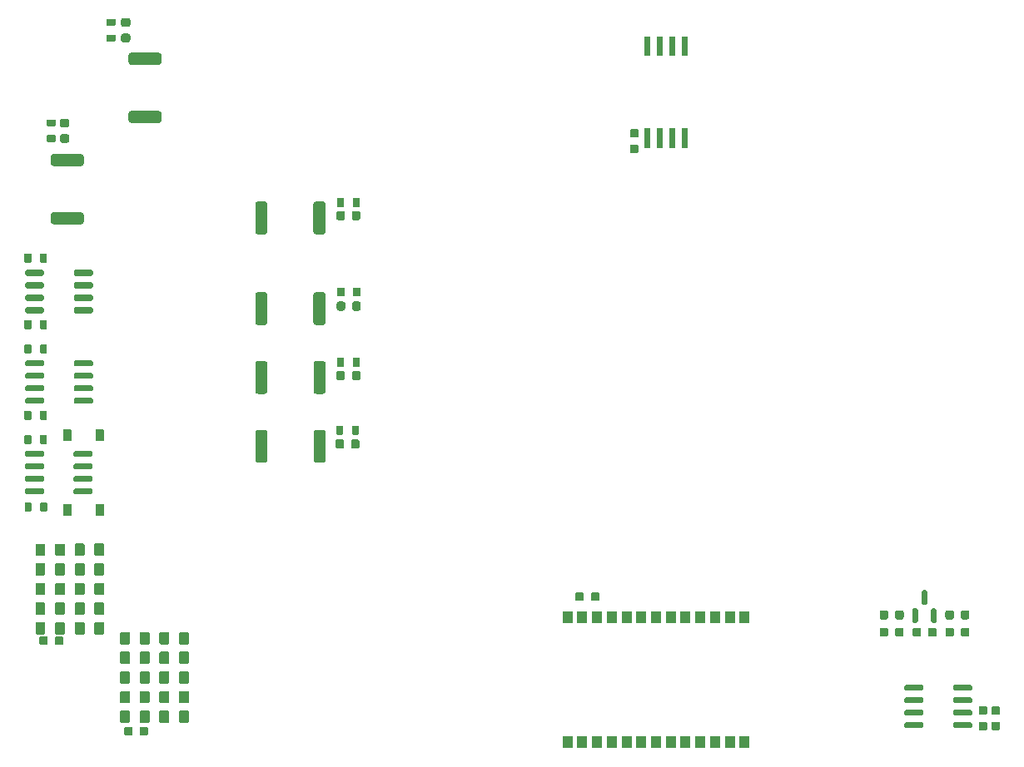
<source format=gtp>
G04 #@! TF.GenerationSoftware,KiCad,Pcbnew,8.0.8-8.0.8-0~ubuntu24.04.1*
G04 #@! TF.CreationDate,2025-02-12T14:11:19+00:00*
G04 #@! TF.ProjectId,MST01,4d535430-312e-46b6-9963-61645f706362,D*
G04 #@! TF.SameCoordinates,PX440a368PY8a86a58*
G04 #@! TF.FileFunction,Paste,Top*
G04 #@! TF.FilePolarity,Positive*
%FSLAX46Y46*%
G04 Gerber Fmt 4.6, Leading zero omitted, Abs format (unit mm)*
G04 Created by KiCad (PCBNEW 8.0.8-8.0.8-0~ubuntu24.04.1) date 2025-02-12 14:11:19*
%MOMM*%
%LPD*%
G01*
G04 APERTURE LIST*
%ADD10R,1.000000X1.300000*%
G04 APERTURE END LIST*
G04 #@! TO.C,C10*
G36*
G01*
X9055000Y13005000D02*
X9055000Y11955000D01*
G75*
G02*
X8955000Y11855000I-100000J0D01*
G01*
X8155000Y11855000D01*
G75*
G02*
X8055000Y11955000I0J100000D01*
G01*
X8055000Y13005000D01*
G75*
G02*
X8155000Y13105000I100000J0D01*
G01*
X8955000Y13105000D01*
G75*
G02*
X9055000Y13005000I0J-100000D01*
G01*
G37*
G36*
G01*
X7055000Y13005000D02*
X7055000Y11955000D01*
G75*
G02*
X6955000Y11855000I-100000J0D01*
G01*
X6155000Y11855000D01*
G75*
G02*
X6055000Y11955000I0J100000D01*
G01*
X6055000Y13005000D01*
G75*
G02*
X6155000Y13105000I100000J0D01*
G01*
X6955000Y13105000D01*
G75*
G02*
X7055000Y13005000I0J-100000D01*
G01*
G37*
G04 #@! TD*
G04 #@! TO.C,D8*
G36*
G01*
X91675000Y13020000D02*
X91375000Y13020000D01*
G75*
G02*
X91225000Y13170000I0J150000D01*
G01*
X91225000Y14345000D01*
G75*
G02*
X91375000Y14495000I150000J0D01*
G01*
X91675000Y14495000D01*
G75*
G02*
X91825000Y14345000I0J-150000D01*
G01*
X91825000Y13170000D01*
G75*
G02*
X91675000Y13020000I-150000J0D01*
G01*
G37*
G36*
G01*
X93575000Y13020000D02*
X93275000Y13020000D01*
G75*
G02*
X93125000Y13170000I0J150000D01*
G01*
X93125000Y14345000D01*
G75*
G02*
X93275000Y14495000I150000J0D01*
G01*
X93575000Y14495000D01*
G75*
G02*
X93725000Y14345000I0J-150000D01*
G01*
X93725000Y13170000D01*
G75*
G02*
X93575000Y13020000I-150000J0D01*
G01*
G37*
G36*
G01*
X92625000Y14895000D02*
X92325000Y14895000D01*
G75*
G02*
X92175000Y15045000I0J150000D01*
G01*
X92175000Y16220000D01*
G75*
G02*
X92325000Y16370000I150000J0D01*
G01*
X92625000Y16370000D01*
G75*
G02*
X92775000Y16220000I0J-150000D01*
G01*
X92775000Y15045000D01*
G75*
G02*
X92625000Y14895000I-150000J0D01*
G01*
G37*
G04 #@! TD*
G04 #@! TO.C,U7*
G36*
G01*
X990000Y30075000D02*
X990000Y30375000D01*
G75*
G02*
X1140000Y30525000I150000J0D01*
G01*
X2790000Y30525000D01*
G75*
G02*
X2940000Y30375000I0J-150000D01*
G01*
X2940000Y30075000D01*
G75*
G02*
X2790000Y29925000I-150000J0D01*
G01*
X1140000Y29925000D01*
G75*
G02*
X990000Y30075000I0J150000D01*
G01*
G37*
G36*
G01*
X990000Y28805000D02*
X990000Y29105000D01*
G75*
G02*
X1140000Y29255000I150000J0D01*
G01*
X2790000Y29255000D01*
G75*
G02*
X2940000Y29105000I0J-150000D01*
G01*
X2940000Y28805000D01*
G75*
G02*
X2790000Y28655000I-150000J0D01*
G01*
X1140000Y28655000D01*
G75*
G02*
X990000Y28805000I0J150000D01*
G01*
G37*
G36*
G01*
X990000Y27535000D02*
X990000Y27835000D01*
G75*
G02*
X1140000Y27985000I150000J0D01*
G01*
X2790000Y27985000D01*
G75*
G02*
X2940000Y27835000I0J-150000D01*
G01*
X2940000Y27535000D01*
G75*
G02*
X2790000Y27385000I-150000J0D01*
G01*
X1140000Y27385000D01*
G75*
G02*
X990000Y27535000I0J150000D01*
G01*
G37*
G36*
G01*
X990000Y26265000D02*
X990000Y26565000D01*
G75*
G02*
X1140000Y26715000I150000J0D01*
G01*
X2790000Y26715000D01*
G75*
G02*
X2940000Y26565000I0J-150000D01*
G01*
X2940000Y26265000D01*
G75*
G02*
X2790000Y26115000I-150000J0D01*
G01*
X1140000Y26115000D01*
G75*
G02*
X990000Y26265000I0J150000D01*
G01*
G37*
G36*
G01*
X5940000Y26265000D02*
X5940000Y26565000D01*
G75*
G02*
X6090000Y26715000I150000J0D01*
G01*
X7740000Y26715000D01*
G75*
G02*
X7890000Y26565000I0J-150000D01*
G01*
X7890000Y26265000D01*
G75*
G02*
X7740000Y26115000I-150000J0D01*
G01*
X6090000Y26115000D01*
G75*
G02*
X5940000Y26265000I0J150000D01*
G01*
G37*
G36*
G01*
X5940000Y27535000D02*
X5940000Y27835000D01*
G75*
G02*
X6090000Y27985000I150000J0D01*
G01*
X7740000Y27985000D01*
G75*
G02*
X7890000Y27835000I0J-150000D01*
G01*
X7890000Y27535000D01*
G75*
G02*
X7740000Y27385000I-150000J0D01*
G01*
X6090000Y27385000D01*
G75*
G02*
X5940000Y27535000I0J150000D01*
G01*
G37*
G36*
G01*
X5940000Y28805000D02*
X5940000Y29105000D01*
G75*
G02*
X6090000Y29255000I150000J0D01*
G01*
X7740000Y29255000D01*
G75*
G02*
X7890000Y29105000I0J-150000D01*
G01*
X7890000Y28805000D01*
G75*
G02*
X7740000Y28655000I-150000J0D01*
G01*
X6090000Y28655000D01*
G75*
G02*
X5940000Y28805000I0J150000D01*
G01*
G37*
G36*
G01*
X5940000Y30075000D02*
X5940000Y30375000D01*
G75*
G02*
X6090000Y30525000I150000J0D01*
G01*
X7740000Y30525000D01*
G75*
G02*
X7890000Y30375000I0J-150000D01*
G01*
X7890000Y30075000D01*
G75*
G02*
X7740000Y29925000I-150000J0D01*
G01*
X6090000Y29925000D01*
G75*
G02*
X5940000Y30075000I0J150000D01*
G01*
G37*
G04 #@! TD*
G04 #@! TO.C,C8*
G36*
G01*
X9055000Y17005000D02*
X9055000Y15955000D01*
G75*
G02*
X8955000Y15855000I-100000J0D01*
G01*
X8155000Y15855000D01*
G75*
G02*
X8055000Y15955000I0J100000D01*
G01*
X8055000Y17005000D01*
G75*
G02*
X8155000Y17105000I100000J0D01*
G01*
X8955000Y17105000D01*
G75*
G02*
X9055000Y17005000I0J-100000D01*
G01*
G37*
G36*
G01*
X7055000Y17005000D02*
X7055000Y15955000D01*
G75*
G02*
X6955000Y15855000I-100000J0D01*
G01*
X6155000Y15855000D01*
G75*
G02*
X6055000Y15955000I0J100000D01*
G01*
X6055000Y17005000D01*
G75*
G02*
X6155000Y17105000I100000J0D01*
G01*
X6955000Y17105000D01*
G75*
G02*
X7055000Y17005000I0J-100000D01*
G01*
G37*
G04 #@! TD*
G04 #@! TO.C,C27*
G36*
G01*
X62615000Y63270001D02*
X63295000Y63270001D01*
G75*
G02*
X63380000Y63185001I0J-85000D01*
G01*
X63380000Y62505001D01*
G75*
G02*
X63295000Y62420001I-85000J0D01*
G01*
X62615000Y62420001D01*
G75*
G02*
X62530000Y62505001I0J85000D01*
G01*
X62530000Y63185001D01*
G75*
G02*
X62615000Y63270001I85000J0D01*
G01*
G37*
G36*
G01*
X62615000Y61689999D02*
X63295000Y61689999D01*
G75*
G02*
X63380000Y61604999I0J-85000D01*
G01*
X63380000Y60924999D01*
G75*
G02*
X63295000Y60839999I-85000J0D01*
G01*
X62615000Y60839999D01*
G75*
G02*
X62530000Y60924999I0J85000D01*
G01*
X62530000Y61604999D01*
G75*
G02*
X62615000Y61689999I85000J0D01*
G01*
G37*
G04 #@! TD*
G04 #@! TO.C,R19*
G36*
G01*
X35035000Y56195000D02*
X35035000Y55415000D01*
G75*
G02*
X34965000Y55345000I-70000J0D01*
G01*
X34405000Y55345000D01*
G75*
G02*
X34335000Y55415000I0J70000D01*
G01*
X34335000Y56195000D01*
G75*
G02*
X34405000Y56265000I70000J0D01*
G01*
X34965000Y56265000D01*
G75*
G02*
X35035000Y56195000I0J-70000D01*
G01*
G37*
G36*
G01*
X33435000Y56195000D02*
X33435000Y55415000D01*
G75*
G02*
X33365000Y55345000I-70000J0D01*
G01*
X32805000Y55345000D01*
G75*
G02*
X32735000Y55415000I0J70000D01*
G01*
X32735000Y56195000D01*
G75*
G02*
X32805000Y56265000I70000J0D01*
G01*
X33365000Y56265000D01*
G75*
G02*
X33435000Y56195000I0J-70000D01*
G01*
G37*
G04 #@! TD*
G04 #@! TO.C,C14*
G36*
G01*
X10665000Y10945000D02*
X10665000Y11995000D01*
G75*
G02*
X10765000Y12095000I100000J0D01*
G01*
X11565000Y12095000D01*
G75*
G02*
X11665000Y11995000I0J-100000D01*
G01*
X11665000Y10945000D01*
G75*
G02*
X11565000Y10845000I-100000J0D01*
G01*
X10765000Y10845000D01*
G75*
G02*
X10665000Y10945000I0J100000D01*
G01*
G37*
G36*
G01*
X12665000Y10945000D02*
X12665000Y11995000D01*
G75*
G02*
X12765000Y12095000I100000J0D01*
G01*
X13565000Y12095000D01*
G75*
G02*
X13665000Y11995000I0J-100000D01*
G01*
X13665000Y10945000D01*
G75*
G02*
X13565000Y10845000I-100000J0D01*
G01*
X12765000Y10845000D01*
G75*
G02*
X12665000Y10945000I0J100000D01*
G01*
G37*
G04 #@! TD*
G04 #@! TO.C,U10*
G36*
G01*
X1005000Y39290000D02*
X1005000Y39590000D01*
G75*
G02*
X1155000Y39740000I150000J0D01*
G01*
X2805000Y39740000D01*
G75*
G02*
X2955000Y39590000I0J-150000D01*
G01*
X2955000Y39290000D01*
G75*
G02*
X2805000Y39140000I-150000J0D01*
G01*
X1155000Y39140000D01*
G75*
G02*
X1005000Y39290000I0J150000D01*
G01*
G37*
G36*
G01*
X1005000Y38020000D02*
X1005000Y38320000D01*
G75*
G02*
X1155000Y38470000I150000J0D01*
G01*
X2805000Y38470000D01*
G75*
G02*
X2955000Y38320000I0J-150000D01*
G01*
X2955000Y38020000D01*
G75*
G02*
X2805000Y37870000I-150000J0D01*
G01*
X1155000Y37870000D01*
G75*
G02*
X1005000Y38020000I0J150000D01*
G01*
G37*
G36*
G01*
X1005000Y36750000D02*
X1005000Y37050000D01*
G75*
G02*
X1155000Y37200000I150000J0D01*
G01*
X2805000Y37200000D01*
G75*
G02*
X2955000Y37050000I0J-150000D01*
G01*
X2955000Y36750000D01*
G75*
G02*
X2805000Y36600000I-150000J0D01*
G01*
X1155000Y36600000D01*
G75*
G02*
X1005000Y36750000I0J150000D01*
G01*
G37*
G36*
G01*
X1005000Y35480000D02*
X1005000Y35780000D01*
G75*
G02*
X1155000Y35930000I150000J0D01*
G01*
X2805000Y35930000D01*
G75*
G02*
X2955000Y35780000I0J-150000D01*
G01*
X2955000Y35480000D01*
G75*
G02*
X2805000Y35330000I-150000J0D01*
G01*
X1155000Y35330000D01*
G75*
G02*
X1005000Y35480000I0J150000D01*
G01*
G37*
G36*
G01*
X5955000Y35480000D02*
X5955000Y35780000D01*
G75*
G02*
X6105000Y35930000I150000J0D01*
G01*
X7755000Y35930000D01*
G75*
G02*
X7905000Y35780000I0J-150000D01*
G01*
X7905000Y35480000D01*
G75*
G02*
X7755000Y35330000I-150000J0D01*
G01*
X6105000Y35330000D01*
G75*
G02*
X5955000Y35480000I0J150000D01*
G01*
G37*
G36*
G01*
X5955000Y36750000D02*
X5955000Y37050000D01*
G75*
G02*
X6105000Y37200000I150000J0D01*
G01*
X7755000Y37200000D01*
G75*
G02*
X7905000Y37050000I0J-150000D01*
G01*
X7905000Y36750000D01*
G75*
G02*
X7755000Y36600000I-150000J0D01*
G01*
X6105000Y36600000D01*
G75*
G02*
X5955000Y36750000I0J150000D01*
G01*
G37*
G36*
G01*
X5955000Y38020000D02*
X5955000Y38320000D01*
G75*
G02*
X6105000Y38470000I150000J0D01*
G01*
X7755000Y38470000D01*
G75*
G02*
X7905000Y38320000I0J-150000D01*
G01*
X7905000Y38020000D01*
G75*
G02*
X7755000Y37870000I-150000J0D01*
G01*
X6105000Y37870000D01*
G75*
G02*
X5955000Y38020000I0J150000D01*
G01*
G37*
G36*
G01*
X5955000Y39290000D02*
X5955000Y39590000D01*
G75*
G02*
X6105000Y39740000I150000J0D01*
G01*
X7755000Y39740000D01*
G75*
G02*
X7905000Y39590000I0J-150000D01*
G01*
X7905000Y39290000D01*
G75*
G02*
X7755000Y39140000I-150000J0D01*
G01*
X6105000Y39140000D01*
G75*
G02*
X5955000Y39290000I0J150000D01*
G01*
G37*
G04 #@! TD*
G04 #@! TO.C,R23*
G36*
G01*
X35075000Y47095000D02*
X35075000Y46315000D01*
G75*
G02*
X35005000Y46245000I-70000J0D01*
G01*
X34445000Y46245000D01*
G75*
G02*
X34375000Y46315000I0J70000D01*
G01*
X34375000Y47095000D01*
G75*
G02*
X34445000Y47165000I70000J0D01*
G01*
X35005000Y47165000D01*
G75*
G02*
X35075000Y47095000I0J-70000D01*
G01*
G37*
G36*
G01*
X33475000Y47095000D02*
X33475000Y46315000D01*
G75*
G02*
X33405000Y46245000I-70000J0D01*
G01*
X32845000Y46245000D01*
G75*
G02*
X32775000Y46315000I0J70000D01*
G01*
X32775000Y47095000D01*
G75*
G02*
X32845000Y47165000I70000J0D01*
G01*
X33405000Y47165000D01*
G75*
G02*
X33475000Y47095000I0J-70000D01*
G01*
G37*
G04 #@! TD*
G04 #@! TO.C,C16*
G36*
G01*
X10665000Y6945000D02*
X10665000Y7995000D01*
G75*
G02*
X10765000Y8095000I100000J0D01*
G01*
X11565000Y8095000D01*
G75*
G02*
X11665000Y7995000I0J-100000D01*
G01*
X11665000Y6945000D01*
G75*
G02*
X11565000Y6845000I-100000J0D01*
G01*
X10765000Y6845000D01*
G75*
G02*
X10665000Y6945000I0J100000D01*
G01*
G37*
G36*
G01*
X12665000Y6945000D02*
X12665000Y7995000D01*
G75*
G02*
X12765000Y8095000I100000J0D01*
G01*
X13565000Y8095000D01*
G75*
G02*
X13665000Y7995000I0J-100000D01*
G01*
X13665000Y6945000D01*
G75*
G02*
X13565000Y6845000I-100000J0D01*
G01*
X12765000Y6845000D01*
G75*
G02*
X12665000Y6945000I0J100000D01*
G01*
G37*
G04 #@! TD*
G04 #@! TO.C,R31*
G36*
G01*
X935000Y40525000D02*
X935000Y41305000D01*
G75*
G02*
X1005000Y41375000I70000J0D01*
G01*
X1565000Y41375000D01*
G75*
G02*
X1635000Y41305000I0J-70000D01*
G01*
X1635000Y40525000D01*
G75*
G02*
X1565000Y40455000I-70000J0D01*
G01*
X1005000Y40455000D01*
G75*
G02*
X935000Y40525000I0J70000D01*
G01*
G37*
G36*
G01*
X2535000Y40525000D02*
X2535000Y41305000D01*
G75*
G02*
X2605000Y41375000I70000J0D01*
G01*
X3165000Y41375000D01*
G75*
G02*
X3235000Y41305000I0J-70000D01*
G01*
X3235000Y40525000D01*
G75*
G02*
X3165000Y40455000I-70000J0D01*
G01*
X2605000Y40455000D01*
G75*
G02*
X2535000Y40525000I0J70000D01*
G01*
G37*
G04 #@! TD*
G04 #@! TO.C,R27*
G36*
G01*
X31570000Y39435000D02*
X31570000Y36585000D01*
G75*
G02*
X31320000Y36335000I-250000J0D01*
G01*
X30595000Y36335000D01*
G75*
G02*
X30345000Y36585000I0J250000D01*
G01*
X30345000Y39435000D01*
G75*
G02*
X30595000Y39685000I250000J0D01*
G01*
X31320000Y39685000D01*
G75*
G02*
X31570000Y39435000I0J-250000D01*
G01*
G37*
G36*
G01*
X25645000Y39435000D02*
X25645000Y36585000D01*
G75*
G02*
X25395000Y36335000I-250000J0D01*
G01*
X24670000Y36335000D01*
G75*
G02*
X24420000Y36585000I0J250000D01*
G01*
X24420000Y39435000D01*
G75*
G02*
X24670000Y39685000I250000J0D01*
G01*
X25395000Y39685000D01*
G75*
G02*
X25645000Y39435000I0J-250000D01*
G01*
G37*
G04 #@! TD*
G04 #@! TO.C,C30*
G36*
G01*
X97030001Y12415000D02*
X97030001Y11735000D01*
G75*
G02*
X96945001Y11650000I-85000J0D01*
G01*
X96265001Y11650000D01*
G75*
G02*
X96180001Y11735000I0J85000D01*
G01*
X96180001Y12415000D01*
G75*
G02*
X96265001Y12500000I85000J0D01*
G01*
X96945001Y12500000D01*
G75*
G02*
X97030001Y12415000I0J-85000D01*
G01*
G37*
G36*
G01*
X95449999Y12415000D02*
X95449999Y11735000D01*
G75*
G02*
X95364999Y11650000I-85000J0D01*
G01*
X94684999Y11650000D01*
G75*
G02*
X94599999Y11735000I0J85000D01*
G01*
X94599999Y12415000D01*
G75*
G02*
X94684999Y12500000I85000J0D01*
G01*
X95364999Y12500000D01*
G75*
G02*
X95449999Y12415000I0J-85000D01*
G01*
G37*
G04 #@! TD*
G04 #@! TO.C,F6*
G36*
G01*
X11491250Y72130000D02*
X10978750Y72130000D01*
G75*
G02*
X10760000Y72348750I0J218750D01*
G01*
X10760000Y72786250D01*
G75*
G02*
X10978750Y73005000I218750J0D01*
G01*
X11491250Y73005000D01*
G75*
G02*
X11710000Y72786250I0J-218750D01*
G01*
X11710000Y72348750D01*
G75*
G02*
X11491250Y72130000I-218750J0D01*
G01*
G37*
G36*
G01*
X11491250Y73705000D02*
X10978750Y73705000D01*
G75*
G02*
X10760000Y73923750I0J218750D01*
G01*
X10760000Y74361250D01*
G75*
G02*
X10978750Y74580000I218750J0D01*
G01*
X11491250Y74580000D01*
G75*
G02*
X11710000Y74361250I0J-218750D01*
G01*
X11710000Y73923750D01*
G75*
G02*
X11491250Y73705000I-218750J0D01*
G01*
G37*
G04 #@! TD*
G04 #@! TO.C,C33*
G36*
G01*
X59400001Y16030000D02*
X59400001Y15350000D01*
G75*
G02*
X59315001Y15265000I-85000J0D01*
G01*
X58635001Y15265000D01*
G75*
G02*
X58550001Y15350000I0J85000D01*
G01*
X58550001Y16030000D01*
G75*
G02*
X58635001Y16115000I85000J0D01*
G01*
X59315001Y16115000D01*
G75*
G02*
X59400001Y16030000I0J-85000D01*
G01*
G37*
G36*
G01*
X57819999Y16030000D02*
X57819999Y15350000D01*
G75*
G02*
X57734999Y15265000I-85000J0D01*
G01*
X57054999Y15265000D01*
G75*
G02*
X56969999Y15350000I0J85000D01*
G01*
X56969999Y16030000D01*
G75*
G02*
X57054999Y16115000I85000J0D01*
G01*
X57734999Y16115000D01*
G75*
G02*
X57819999Y16030000I0J-85000D01*
G01*
G37*
G04 #@! TD*
G04 #@! TO.C,C29*
G36*
G01*
X91269999Y11735000D02*
X91269999Y12415000D01*
G75*
G02*
X91354999Y12500000I85000J0D01*
G01*
X92034999Y12500000D01*
G75*
G02*
X92119999Y12415000I0J-85000D01*
G01*
X92119999Y11735000D01*
G75*
G02*
X92034999Y11650000I-85000J0D01*
G01*
X91354999Y11650000D01*
G75*
G02*
X91269999Y11735000I0J85000D01*
G01*
G37*
G36*
G01*
X92850001Y11735000D02*
X92850001Y12415000D01*
G75*
G02*
X92935001Y12500000I85000J0D01*
G01*
X93615001Y12500000D01*
G75*
G02*
X93700001Y12415000I0J-85000D01*
G01*
X93700001Y11735000D01*
G75*
G02*
X93615001Y11650000I-85000J0D01*
G01*
X92935001Y11650000D01*
G75*
G02*
X92850001Y11735000I0J85000D01*
G01*
G37*
G04 #@! TD*
G04 #@! TO.C,F9*
G36*
G01*
X32660000Y37948750D02*
X32660000Y38461250D01*
G75*
G02*
X32878750Y38680000I218750J0D01*
G01*
X33316250Y38680000D01*
G75*
G02*
X33535000Y38461250I0J-218750D01*
G01*
X33535000Y37948750D01*
G75*
G02*
X33316250Y37730000I-218750J0D01*
G01*
X32878750Y37730000D01*
G75*
G02*
X32660000Y37948750I0J218750D01*
G01*
G37*
G36*
G01*
X34235000Y37948750D02*
X34235000Y38461250D01*
G75*
G02*
X34453750Y38680000I218750J0D01*
G01*
X34891250Y38680000D01*
G75*
G02*
X35110000Y38461250I0J-218750D01*
G01*
X35110000Y37948750D01*
G75*
G02*
X34891250Y37730000I-218750J0D01*
G01*
X34453750Y37730000D01*
G75*
G02*
X34235000Y37948750I0J218750D01*
G01*
G37*
G04 #@! TD*
G04 #@! TO.C,C18*
G36*
G01*
X10665000Y2945000D02*
X10665000Y3995000D01*
G75*
G02*
X10765000Y4095000I100000J0D01*
G01*
X11565000Y4095000D01*
G75*
G02*
X11665000Y3995000I0J-100000D01*
G01*
X11665000Y2945000D01*
G75*
G02*
X11565000Y2845000I-100000J0D01*
G01*
X10765000Y2845000D01*
G75*
G02*
X10665000Y2945000I0J100000D01*
G01*
G37*
G36*
G01*
X12665000Y2945000D02*
X12665000Y3995000D01*
G75*
G02*
X12765000Y4095000I100000J0D01*
G01*
X13565000Y4095000D01*
G75*
G02*
X13665000Y3995000I0J-100000D01*
G01*
X13665000Y2945000D01*
G75*
G02*
X13565000Y2845000I-100000J0D01*
G01*
X12765000Y2845000D01*
G75*
G02*
X12665000Y2945000I0J100000D01*
G01*
G37*
G04 #@! TD*
G04 #@! TO.C,U4*
G36*
G01*
X97315000Y2770000D02*
X97315000Y2470000D01*
G75*
G02*
X97165000Y2320000I-150000J0D01*
G01*
X95515000Y2320000D01*
G75*
G02*
X95365000Y2470000I0J150000D01*
G01*
X95365000Y2770000D01*
G75*
G02*
X95515000Y2920000I150000J0D01*
G01*
X97165000Y2920000D01*
G75*
G02*
X97315000Y2770000I0J-150000D01*
G01*
G37*
G36*
G01*
X97315000Y4040000D02*
X97315000Y3740000D01*
G75*
G02*
X97165000Y3590000I-150000J0D01*
G01*
X95515000Y3590000D01*
G75*
G02*
X95365000Y3740000I0J150000D01*
G01*
X95365000Y4040000D01*
G75*
G02*
X95515000Y4190000I150000J0D01*
G01*
X97165000Y4190000D01*
G75*
G02*
X97315000Y4040000I0J-150000D01*
G01*
G37*
G36*
G01*
X97315000Y5310000D02*
X97315000Y5010000D01*
G75*
G02*
X97165000Y4860000I-150000J0D01*
G01*
X95515000Y4860000D01*
G75*
G02*
X95365000Y5010000I0J150000D01*
G01*
X95365000Y5310000D01*
G75*
G02*
X95515000Y5460000I150000J0D01*
G01*
X97165000Y5460000D01*
G75*
G02*
X97315000Y5310000I0J-150000D01*
G01*
G37*
G36*
G01*
X97315000Y6580000D02*
X97315000Y6280000D01*
G75*
G02*
X97165000Y6130000I-150000J0D01*
G01*
X95515000Y6130000D01*
G75*
G02*
X95365000Y6280000I0J150000D01*
G01*
X95365000Y6580000D01*
G75*
G02*
X95515000Y6730000I150000J0D01*
G01*
X97165000Y6730000D01*
G75*
G02*
X97315000Y6580000I0J-150000D01*
G01*
G37*
G36*
G01*
X92365000Y6580000D02*
X92365000Y6280000D01*
G75*
G02*
X92215000Y6130000I-150000J0D01*
G01*
X90565000Y6130000D01*
G75*
G02*
X90415000Y6280000I0J150000D01*
G01*
X90415000Y6580000D01*
G75*
G02*
X90565000Y6730000I150000J0D01*
G01*
X92215000Y6730000D01*
G75*
G02*
X92365000Y6580000I0J-150000D01*
G01*
G37*
G36*
G01*
X92365000Y5310000D02*
X92365000Y5010000D01*
G75*
G02*
X92215000Y4860000I-150000J0D01*
G01*
X90565000Y4860000D01*
G75*
G02*
X90415000Y5010000I0J150000D01*
G01*
X90415000Y5310000D01*
G75*
G02*
X90565000Y5460000I150000J0D01*
G01*
X92215000Y5460000D01*
G75*
G02*
X92365000Y5310000I0J-150000D01*
G01*
G37*
G36*
G01*
X92365000Y4040000D02*
X92365000Y3740000D01*
G75*
G02*
X92215000Y3590000I-150000J0D01*
G01*
X90565000Y3590000D01*
G75*
G02*
X90415000Y3740000I0J150000D01*
G01*
X90415000Y4040000D01*
G75*
G02*
X90565000Y4190000I150000J0D01*
G01*
X92215000Y4190000D01*
G75*
G02*
X92365000Y4040000I0J-150000D01*
G01*
G37*
G36*
G01*
X92365000Y2770000D02*
X92365000Y2470000D01*
G75*
G02*
X92215000Y2320000I-150000J0D01*
G01*
X90565000Y2320000D01*
G75*
G02*
X90415000Y2470000I0J150000D01*
G01*
X90415000Y2770000D01*
G75*
G02*
X90565000Y2920000I150000J0D01*
G01*
X92215000Y2920000D01*
G75*
G02*
X92365000Y2770000I0J-150000D01*
G01*
G37*
G04 #@! TD*
G04 #@! TO.C,C20*
G36*
G01*
X17665000Y9995000D02*
X17665000Y8945000D01*
G75*
G02*
X17565000Y8845000I-100000J0D01*
G01*
X16765000Y8845000D01*
G75*
G02*
X16665000Y8945000I0J100000D01*
G01*
X16665000Y9995000D01*
G75*
G02*
X16765000Y10095000I100000J0D01*
G01*
X17565000Y10095000D01*
G75*
G02*
X17665000Y9995000I0J-100000D01*
G01*
G37*
G36*
G01*
X15665000Y9995000D02*
X15665000Y8945000D01*
G75*
G02*
X15565000Y8845000I-100000J0D01*
G01*
X14765000Y8845000D01*
G75*
G02*
X14665000Y8945000I0J100000D01*
G01*
X14665000Y9995000D01*
G75*
G02*
X14765000Y10095000I100000J0D01*
G01*
X15565000Y10095000D01*
G75*
G02*
X15665000Y9995000I0J-100000D01*
G01*
G37*
G04 #@! TD*
G04 #@! TO.C,C31*
G36*
G01*
X100055000Y2099999D02*
X99375000Y2099999D01*
G75*
G02*
X99290000Y2184999I0J85000D01*
G01*
X99290000Y2864999D01*
G75*
G02*
X99375000Y2949999I85000J0D01*
G01*
X100055000Y2949999D01*
G75*
G02*
X100140000Y2864999I0J-85000D01*
G01*
X100140000Y2184999D01*
G75*
G02*
X100055000Y2099999I-85000J0D01*
G01*
G37*
G36*
G01*
X100055000Y3680001D02*
X99375000Y3680001D01*
G75*
G02*
X99290000Y3765001I0J85000D01*
G01*
X99290000Y4445001D01*
G75*
G02*
X99375000Y4530001I85000J0D01*
G01*
X100055000Y4530001D01*
G75*
G02*
X100140000Y4445001I0J-85000D01*
G01*
X100140000Y3765001D01*
G75*
G02*
X100055000Y3680001I-85000J0D01*
G01*
G37*
G04 #@! TD*
G04 #@! TO.C,R24*
G36*
G01*
X35035000Y39955000D02*
X35035000Y39175000D01*
G75*
G02*
X34965000Y39105000I-70000J0D01*
G01*
X34405000Y39105000D01*
G75*
G02*
X34335000Y39175000I0J70000D01*
G01*
X34335000Y39955000D01*
G75*
G02*
X34405000Y40025000I70000J0D01*
G01*
X34965000Y40025000D01*
G75*
G02*
X35035000Y39955000I0J-70000D01*
G01*
G37*
G36*
G01*
X33435000Y39955000D02*
X33435000Y39175000D01*
G75*
G02*
X33365000Y39105000I-70000J0D01*
G01*
X32805000Y39105000D01*
G75*
G02*
X32735000Y39175000I0J70000D01*
G01*
X32735000Y39955000D01*
G75*
G02*
X32805000Y40025000I70000J0D01*
G01*
X33365000Y40025000D01*
G75*
G02*
X33435000Y39955000I0J-70000D01*
G01*
G37*
G04 #@! TD*
G04 #@! TO.C,C7*
G36*
G01*
X9055000Y19005000D02*
X9055000Y17955000D01*
G75*
G02*
X8955000Y17855000I-100000J0D01*
G01*
X8155000Y17855000D01*
G75*
G02*
X8055000Y17955000I0J100000D01*
G01*
X8055000Y19005000D01*
G75*
G02*
X8155000Y19105000I100000J0D01*
G01*
X8955000Y19105000D01*
G75*
G02*
X9055000Y19005000I0J-100000D01*
G01*
G37*
G36*
G01*
X7055000Y19005000D02*
X7055000Y17955000D01*
G75*
G02*
X6955000Y17855000I-100000J0D01*
G01*
X6155000Y17855000D01*
G75*
G02*
X6055000Y17955000I0J100000D01*
G01*
X6055000Y19005000D01*
G75*
G02*
X6155000Y19105000I100000J0D01*
G01*
X6955000Y19105000D01*
G75*
G02*
X7055000Y19005000I0J-100000D01*
G01*
G37*
G04 #@! TD*
G04 #@! TO.C,C21*
G36*
G01*
X17665000Y7995000D02*
X17665000Y6945000D01*
G75*
G02*
X17565000Y6845000I-100000J0D01*
G01*
X16765000Y6845000D01*
G75*
G02*
X16665000Y6945000I0J100000D01*
G01*
X16665000Y7995000D01*
G75*
G02*
X16765000Y8095000I100000J0D01*
G01*
X17565000Y8095000D01*
G75*
G02*
X17665000Y7995000I0J-100000D01*
G01*
G37*
G36*
G01*
X15665000Y7995000D02*
X15665000Y6945000D01*
G75*
G02*
X15565000Y6845000I-100000J0D01*
G01*
X14765000Y6845000D01*
G75*
G02*
X14665000Y6945000I0J100000D01*
G01*
X14665000Y7995000D01*
G75*
G02*
X14765000Y8095000I100000J0D01*
G01*
X15565000Y8095000D01*
G75*
G02*
X15665000Y7995000I0J-100000D01*
G01*
G37*
G04 #@! TD*
G04 #@! TO.C,C24*
G36*
G01*
X11079999Y1670006D02*
X11079999Y2350006D01*
G75*
G02*
X11164999Y2435006I85000J0D01*
G01*
X11844999Y2435006D01*
G75*
G02*
X11929999Y2350006I0J-85000D01*
G01*
X11929999Y1670006D01*
G75*
G02*
X11844999Y1585006I-85000J0D01*
G01*
X11164999Y1585006D01*
G75*
G02*
X11079999Y1670006I0J85000D01*
G01*
G37*
G36*
G01*
X12660001Y1670006D02*
X12660001Y2350006D01*
G75*
G02*
X12745001Y2435006I85000J0D01*
G01*
X13425001Y2435006D01*
G75*
G02*
X13510001Y2350006I0J-85000D01*
G01*
X13510001Y1670006D01*
G75*
G02*
X13425001Y1585006I-85000J0D01*
G01*
X12745001Y1585006D01*
G75*
G02*
X12660001Y1670006I0J85000D01*
G01*
G37*
G04 #@! TD*
G04 #@! TO.C,R21*
G36*
G01*
X3865000Y60750000D02*
X6715000Y60750000D01*
G75*
G02*
X6965000Y60500000I0J-250000D01*
G01*
X6965000Y59775000D01*
G75*
G02*
X6715000Y59525000I-250000J0D01*
G01*
X3865000Y59525000D01*
G75*
G02*
X3615000Y59775000I0J250000D01*
G01*
X3615000Y60500000D01*
G75*
G02*
X3865000Y60750000I250000J0D01*
G01*
G37*
G36*
G01*
X3865000Y54825000D02*
X6715000Y54825000D01*
G75*
G02*
X6965000Y54575000I0J-250000D01*
G01*
X6965000Y53850000D01*
G75*
G02*
X6715000Y53600000I-250000J0D01*
G01*
X3865000Y53600000D01*
G75*
G02*
X3615000Y53850000I0J250000D01*
G01*
X3615000Y54575000D01*
G75*
G02*
X3865000Y54825000I250000J0D01*
G01*
G37*
G04 #@! TD*
G04 #@! TO.C,R10*
G36*
G01*
X935000Y31305000D02*
X935000Y32085000D01*
G75*
G02*
X1005000Y32155000I70000J0D01*
G01*
X1565000Y32155000D01*
G75*
G02*
X1635000Y32085000I0J-70000D01*
G01*
X1635000Y31305000D01*
G75*
G02*
X1565000Y31235000I-70000J0D01*
G01*
X1005000Y31235000D01*
G75*
G02*
X935000Y31305000I0J70000D01*
G01*
G37*
G36*
G01*
X2535000Y31305000D02*
X2535000Y32085000D01*
G75*
G02*
X2605000Y32155000I70000J0D01*
G01*
X3165000Y32155000D01*
G75*
G02*
X3235000Y32085000I0J-70000D01*
G01*
X3235000Y31305000D01*
G75*
G02*
X3165000Y31235000I-70000J0D01*
G01*
X2605000Y31235000D01*
G75*
G02*
X2535000Y31305000I0J70000D01*
G01*
G37*
G04 #@! TD*
G04 #@! TO.C,D2*
G36*
G01*
X4855000Y31615000D02*
X4855000Y32635000D01*
G75*
G02*
X4945000Y32725000I90000J0D01*
G01*
X5665000Y32725000D01*
G75*
G02*
X5755000Y32635000I0J-90000D01*
G01*
X5755000Y31615000D01*
G75*
G02*
X5665000Y31525000I-90000J0D01*
G01*
X4945000Y31525000D01*
G75*
G02*
X4855000Y31615000I0J90000D01*
G01*
G37*
G36*
G01*
X8155000Y31615000D02*
X8155000Y32635000D01*
G75*
G02*
X8245000Y32725000I90000J0D01*
G01*
X8965000Y32725000D01*
G75*
G02*
X9055000Y32635000I0J-90000D01*
G01*
X9055000Y31615000D01*
G75*
G02*
X8965000Y31525000I-90000J0D01*
G01*
X8245000Y31525000D01*
G75*
G02*
X8155000Y31615000I0J90000D01*
G01*
G37*
G04 #@! TD*
G04 #@! TO.C,C4*
G36*
G01*
X2055000Y13955000D02*
X2055000Y15005000D01*
G75*
G02*
X2155000Y15105000I100000J0D01*
G01*
X2955000Y15105000D01*
G75*
G02*
X3055000Y15005000I0J-100000D01*
G01*
X3055000Y13955000D01*
G75*
G02*
X2955000Y13855000I-100000J0D01*
G01*
X2155000Y13855000D01*
G75*
G02*
X2055000Y13955000I0J100000D01*
G01*
G37*
G36*
G01*
X4055000Y13955000D02*
X4055000Y15005000D01*
G75*
G02*
X4155000Y15105000I100000J0D01*
G01*
X4955000Y15105000D01*
G75*
G02*
X5055000Y15005000I0J-100000D01*
G01*
X5055000Y13955000D01*
G75*
G02*
X4955000Y13855000I-100000J0D01*
G01*
X4155000Y13855000D01*
G75*
G02*
X4055000Y13955000I0J100000D01*
G01*
G37*
G04 #@! TD*
G04 #@! TO.C,C11*
G36*
G01*
X2469999Y10865000D02*
X2469999Y11545000D01*
G75*
G02*
X2554999Y11630000I85000J0D01*
G01*
X3234999Y11630000D01*
G75*
G02*
X3319999Y11545000I0J-85000D01*
G01*
X3319999Y10865000D01*
G75*
G02*
X3234999Y10780000I-85000J0D01*
G01*
X2554999Y10780000D01*
G75*
G02*
X2469999Y10865000I0J85000D01*
G01*
G37*
G36*
G01*
X4050001Y10865000D02*
X4050001Y11545000D01*
G75*
G02*
X4135001Y11630000I85000J0D01*
G01*
X4815001Y11630000D01*
G75*
G02*
X4900001Y11545000I0J-85000D01*
G01*
X4900001Y10865000D01*
G75*
G02*
X4815001Y10780000I-85000J0D01*
G01*
X4135001Y10780000D01*
G75*
G02*
X4050001Y10865000I0J85000D01*
G01*
G37*
G04 #@! TD*
G04 #@! TO.C,F8*
G36*
G01*
X32690000Y45018750D02*
X32690000Y45531250D01*
G75*
G02*
X32908750Y45750000I218750J0D01*
G01*
X33346250Y45750000D01*
G75*
G02*
X33565000Y45531250I0J-218750D01*
G01*
X33565000Y45018750D01*
G75*
G02*
X33346250Y44800000I-218750J0D01*
G01*
X32908750Y44800000D01*
G75*
G02*
X32690000Y45018750I0J218750D01*
G01*
G37*
G36*
G01*
X34265000Y45018750D02*
X34265000Y45531250D01*
G75*
G02*
X34483750Y45750000I218750J0D01*
G01*
X34921250Y45750000D01*
G75*
G02*
X35140000Y45531250I0J-218750D01*
G01*
X35140000Y45018750D01*
G75*
G02*
X34921250Y44800000I-218750J0D01*
G01*
X34483750Y44800000D01*
G75*
G02*
X34265000Y45018750I0J218750D01*
G01*
G37*
G04 #@! TD*
G04 #@! TO.C,C1*
G36*
G01*
X2055000Y19945000D02*
X2055000Y20995000D01*
G75*
G02*
X2155000Y21095000I100000J0D01*
G01*
X2955000Y21095000D01*
G75*
G02*
X3055000Y20995000I0J-100000D01*
G01*
X3055000Y19945000D01*
G75*
G02*
X2955000Y19845000I-100000J0D01*
G01*
X2155000Y19845000D01*
G75*
G02*
X2055000Y19945000I0J100000D01*
G01*
G37*
G36*
G01*
X4055000Y19945000D02*
X4055000Y20995000D01*
G75*
G02*
X4155000Y21095000I100000J0D01*
G01*
X4955000Y21095000D01*
G75*
G02*
X5055000Y20995000I0J-100000D01*
G01*
X5055000Y19945000D01*
G75*
G02*
X4955000Y19845000I-100000J0D01*
G01*
X4155000Y19845000D01*
G75*
G02*
X4055000Y19945000I0J100000D01*
G01*
G37*
G04 #@! TD*
G04 #@! TO.C,R26*
G36*
G01*
X31555000Y46440000D02*
X31555000Y43590000D01*
G75*
G02*
X31305000Y43340000I-250000J0D01*
G01*
X30580000Y43340000D01*
G75*
G02*
X30330000Y43590000I0J250000D01*
G01*
X30330000Y46440000D01*
G75*
G02*
X30580000Y46690000I250000J0D01*
G01*
X31305000Y46690000D01*
G75*
G02*
X31555000Y46440000I0J-250000D01*
G01*
G37*
G36*
G01*
X25630000Y46440000D02*
X25630000Y43590000D01*
G75*
G02*
X25380000Y43340000I-250000J0D01*
G01*
X24655000Y43340000D01*
G75*
G02*
X24405000Y43590000I0J250000D01*
G01*
X24405000Y46440000D01*
G75*
G02*
X24655000Y46690000I250000J0D01*
G01*
X25380000Y46690000D01*
G75*
G02*
X25630000Y46440000I0J-250000D01*
G01*
G37*
G04 #@! TD*
G04 #@! TO.C,U12*
G36*
G01*
X64503700Y61365000D02*
X63996300Y61365000D01*
G75*
G02*
X63955000Y61406300I0J41300D01*
G01*
X63955000Y63343700D01*
G75*
G02*
X63996300Y63385000I41300J0D01*
G01*
X64503700Y63385000D01*
G75*
G02*
X64545000Y63343700I0J-41300D01*
G01*
X64545000Y61406300D01*
G75*
G02*
X64503700Y61365000I-41300J0D01*
G01*
G37*
G36*
G01*
X65773700Y61365000D02*
X65266300Y61365000D01*
G75*
G02*
X65225000Y61406300I0J41300D01*
G01*
X65225000Y63343700D01*
G75*
G02*
X65266300Y63385000I41300J0D01*
G01*
X65773700Y63385000D01*
G75*
G02*
X65815000Y63343700I0J-41300D01*
G01*
X65815000Y61406300D01*
G75*
G02*
X65773700Y61365000I-41300J0D01*
G01*
G37*
G36*
G01*
X67043700Y61365000D02*
X66536300Y61365000D01*
G75*
G02*
X66495000Y61406300I0J41300D01*
G01*
X66495000Y63343700D01*
G75*
G02*
X66536300Y63385000I41300J0D01*
G01*
X67043700Y63385000D01*
G75*
G02*
X67085000Y63343700I0J-41300D01*
G01*
X67085000Y61406300D01*
G75*
G02*
X67043700Y61365000I-41300J0D01*
G01*
G37*
G36*
G01*
X68313700Y61365000D02*
X67806300Y61365000D01*
G75*
G02*
X67765000Y61406300I0J41300D01*
G01*
X67765000Y63343700D01*
G75*
G02*
X67806300Y63385000I41300J0D01*
G01*
X68313700Y63385000D01*
G75*
G02*
X68355000Y63343700I0J-41300D01*
G01*
X68355000Y61406300D01*
G75*
G02*
X68313700Y61365000I-41300J0D01*
G01*
G37*
G36*
G01*
X68313700Y70725000D02*
X67806300Y70725000D01*
G75*
G02*
X67765000Y70766300I0J41300D01*
G01*
X67765000Y72703700D01*
G75*
G02*
X67806300Y72745000I41300J0D01*
G01*
X68313700Y72745000D01*
G75*
G02*
X68355000Y72703700I0J-41300D01*
G01*
X68355000Y70766300D01*
G75*
G02*
X68313700Y70725000I-41300J0D01*
G01*
G37*
G36*
G01*
X67043700Y70725000D02*
X66536300Y70725000D01*
G75*
G02*
X66495000Y70766300I0J41300D01*
G01*
X66495000Y72703700D01*
G75*
G02*
X66536300Y72745000I41300J0D01*
G01*
X67043700Y72745000D01*
G75*
G02*
X67085000Y72703700I0J-41300D01*
G01*
X67085000Y70766300D01*
G75*
G02*
X67043700Y70725000I-41300J0D01*
G01*
G37*
G36*
G01*
X65773700Y70725000D02*
X65266300Y70725000D01*
G75*
G02*
X65225000Y70766300I0J41300D01*
G01*
X65225000Y72703700D01*
G75*
G02*
X65266300Y72745000I41300J0D01*
G01*
X65773700Y72745000D01*
G75*
G02*
X65815000Y72703700I0J-41300D01*
G01*
X65815000Y70766300D01*
G75*
G02*
X65773700Y70725000I-41300J0D01*
G01*
G37*
G36*
G01*
X64503700Y70725000D02*
X63996300Y70725000D01*
G75*
G02*
X63955000Y70766300I0J41300D01*
G01*
X63955000Y72703700D01*
G75*
G02*
X63996300Y72745000I41300J0D01*
G01*
X64503700Y72745000D01*
G75*
G02*
X64545000Y72703700I0J-41300D01*
G01*
X64545000Y70766300D01*
G75*
G02*
X64503700Y70725000I-41300J0D01*
G01*
G37*
G04 #@! TD*
G04 #@! TO.C,C9*
G36*
G01*
X9055000Y15005000D02*
X9055000Y13955000D01*
G75*
G02*
X8955000Y13855000I-100000J0D01*
G01*
X8155000Y13855000D01*
G75*
G02*
X8055000Y13955000I0J100000D01*
G01*
X8055000Y15005000D01*
G75*
G02*
X8155000Y15105000I100000J0D01*
G01*
X8955000Y15105000D01*
G75*
G02*
X9055000Y15005000I0J-100000D01*
G01*
G37*
G36*
G01*
X7055000Y15005000D02*
X7055000Y13955000D01*
G75*
G02*
X6955000Y13855000I-100000J0D01*
G01*
X6155000Y13855000D01*
G75*
G02*
X6055000Y13955000I0J100000D01*
G01*
X6055000Y15005000D01*
G75*
G02*
X6155000Y15105000I100000J0D01*
G01*
X6955000Y15105000D01*
G75*
G02*
X7055000Y15005000I0J-100000D01*
G01*
G37*
G04 #@! TD*
G04 #@! TO.C,C32*
G36*
G01*
X98759994Y2099999D02*
X98079994Y2099999D01*
G75*
G02*
X97994994Y2184999I0J85000D01*
G01*
X97994994Y2864999D01*
G75*
G02*
X98079994Y2949999I85000J0D01*
G01*
X98759994Y2949999D01*
G75*
G02*
X98844994Y2864999I0J-85000D01*
G01*
X98844994Y2184999D01*
G75*
G02*
X98759994Y2099999I-85000J0D01*
G01*
G37*
G36*
G01*
X98759994Y3680001D02*
X98079994Y3680001D01*
G75*
G02*
X97994994Y3765001I0J85000D01*
G01*
X97994994Y4445001D01*
G75*
G02*
X98079994Y4530001I85000J0D01*
G01*
X98759994Y4530001D01*
G75*
G02*
X98844994Y4445001I0J-85000D01*
G01*
X98844994Y3765001D01*
G75*
G02*
X98759994Y3680001I-85000J0D01*
G01*
G37*
G04 #@! TD*
G04 #@! TO.C,R16*
G36*
G01*
X3235000Y43785000D02*
X3235000Y43005000D01*
G75*
G02*
X3165000Y42935000I-70000J0D01*
G01*
X2605000Y42935000D01*
G75*
G02*
X2535000Y43005000I0J70000D01*
G01*
X2535000Y43785000D01*
G75*
G02*
X2605000Y43855000I70000J0D01*
G01*
X3165000Y43855000D01*
G75*
G02*
X3235000Y43785000I0J-70000D01*
G01*
G37*
G36*
G01*
X1635000Y43785000D02*
X1635000Y43005000D01*
G75*
G02*
X1565000Y42935000I-70000J0D01*
G01*
X1005000Y42935000D01*
G75*
G02*
X935000Y43005000I0J70000D01*
G01*
X935000Y43785000D01*
G75*
G02*
X1005000Y43855000I70000J0D01*
G01*
X1565000Y43855000D01*
G75*
G02*
X1635000Y43785000I0J-70000D01*
G01*
G37*
G04 #@! TD*
G04 #@! TO.C,L2*
G36*
G01*
X87910000Y13588750D02*
X87910000Y14101250D01*
G75*
G02*
X88128750Y14320000I218750J0D01*
G01*
X88566250Y14320000D01*
G75*
G02*
X88785000Y14101250I0J-218750D01*
G01*
X88785000Y13588750D01*
G75*
G02*
X88566250Y13370000I-218750J0D01*
G01*
X88128750Y13370000D01*
G75*
G02*
X87910000Y13588750I0J218750D01*
G01*
G37*
G36*
G01*
X89485000Y13588750D02*
X89485000Y14101250D01*
G75*
G02*
X89703750Y14320000I218750J0D01*
G01*
X90141250Y14320000D01*
G75*
G02*
X90360000Y14101250I0J-218750D01*
G01*
X90360000Y13588750D01*
G75*
G02*
X90141250Y13370000I-218750J0D01*
G01*
X89703750Y13370000D01*
G75*
G02*
X89485000Y13588750I0J218750D01*
G01*
G37*
G04 #@! TD*
G04 #@! TO.C,C17*
G36*
G01*
X10665000Y4945000D02*
X10665000Y5995000D01*
G75*
G02*
X10765000Y6095000I100000J0D01*
G01*
X11565000Y6095000D01*
G75*
G02*
X11665000Y5995000I0J-100000D01*
G01*
X11665000Y4945000D01*
G75*
G02*
X11565000Y4845000I-100000J0D01*
G01*
X10765000Y4845000D01*
G75*
G02*
X10665000Y4945000I0J100000D01*
G01*
G37*
G36*
G01*
X12665000Y4945000D02*
X12665000Y5995000D01*
G75*
G02*
X12765000Y6095000I100000J0D01*
G01*
X13565000Y6095000D01*
G75*
G02*
X13665000Y5995000I0J-100000D01*
G01*
X13665000Y4945000D01*
G75*
G02*
X13565000Y4845000I-100000J0D01*
G01*
X12765000Y4845000D01*
G75*
G02*
X12665000Y4945000I0J100000D01*
G01*
G37*
G04 #@! TD*
G04 #@! TO.C,R15*
G36*
G01*
X3235000Y50565000D02*
X3235000Y49785000D01*
G75*
G02*
X3165000Y49715000I-70000J0D01*
G01*
X2605000Y49715000D01*
G75*
G02*
X2535000Y49785000I0J70000D01*
G01*
X2535000Y50565000D01*
G75*
G02*
X2605000Y50635000I70000J0D01*
G01*
X3165000Y50635000D01*
G75*
G02*
X3235000Y50565000I0J-70000D01*
G01*
G37*
G36*
G01*
X1635000Y50565000D02*
X1635000Y49785000D01*
G75*
G02*
X1565000Y49715000I-70000J0D01*
G01*
X1005000Y49715000D01*
G75*
G02*
X935000Y49785000I0J70000D01*
G01*
X935000Y50565000D01*
G75*
G02*
X1005000Y50635000I70000J0D01*
G01*
X1565000Y50635000D01*
G75*
G02*
X1635000Y50565000I0J-70000D01*
G01*
G37*
G04 #@! TD*
G04 #@! TO.C,C19*
G36*
G01*
X17665000Y11995000D02*
X17665000Y10945000D01*
G75*
G02*
X17565000Y10845000I-100000J0D01*
G01*
X16765000Y10845000D01*
G75*
G02*
X16665000Y10945000I0J100000D01*
G01*
X16665000Y11995000D01*
G75*
G02*
X16765000Y12095000I100000J0D01*
G01*
X17565000Y12095000D01*
G75*
G02*
X17665000Y11995000I0J-100000D01*
G01*
G37*
G36*
G01*
X15665000Y11995000D02*
X15665000Y10945000D01*
G75*
G02*
X15565000Y10845000I-100000J0D01*
G01*
X14765000Y10845000D01*
G75*
G02*
X14665000Y10945000I0J100000D01*
G01*
X14665000Y11995000D01*
G75*
G02*
X14765000Y12095000I100000J0D01*
G01*
X15565000Y12095000D01*
G75*
G02*
X15665000Y11995000I0J-100000D01*
G01*
G37*
G04 #@! TD*
G04 #@! TO.C,C23*
G36*
G01*
X17665000Y3995000D02*
X17665000Y2945000D01*
G75*
G02*
X17565000Y2845000I-100000J0D01*
G01*
X16765000Y2845000D01*
G75*
G02*
X16665000Y2945000I0J100000D01*
G01*
X16665000Y3995000D01*
G75*
G02*
X16765000Y4095000I100000J0D01*
G01*
X17565000Y4095000D01*
G75*
G02*
X17665000Y3995000I0J-100000D01*
G01*
G37*
G36*
G01*
X15665000Y3995000D02*
X15665000Y2945000D01*
G75*
G02*
X15565000Y2845000I-100000J0D01*
G01*
X14765000Y2845000D01*
G75*
G02*
X14665000Y2945000I0J100000D01*
G01*
X14665000Y3995000D01*
G75*
G02*
X14765000Y4095000I100000J0D01*
G01*
X15565000Y4095000D01*
G75*
G02*
X15665000Y3995000I0J-100000D01*
G01*
G37*
G04 #@! TD*
G04 #@! TO.C,R17*
G36*
G01*
X9345000Y74505000D02*
X10125000Y74505000D01*
G75*
G02*
X10195000Y74435000I0J-70000D01*
G01*
X10195000Y73875000D01*
G75*
G02*
X10125000Y73805000I-70000J0D01*
G01*
X9345000Y73805000D01*
G75*
G02*
X9275000Y73875000I0J70000D01*
G01*
X9275000Y74435000D01*
G75*
G02*
X9345000Y74505000I70000J0D01*
G01*
G37*
G36*
G01*
X9345000Y72905000D02*
X10125000Y72905000D01*
G75*
G02*
X10195000Y72835000I0J-70000D01*
G01*
X10195000Y72275000D01*
G75*
G02*
X10125000Y72205000I-70000J0D01*
G01*
X9345000Y72205000D01*
G75*
G02*
X9275000Y72275000I0J70000D01*
G01*
X9275000Y72835000D01*
G75*
G02*
X9345000Y72905000I70000J0D01*
G01*
G37*
G04 #@! TD*
G04 #@! TO.C,R11*
G36*
G01*
X955000Y24435000D02*
X955000Y25215000D01*
G75*
G02*
X1025000Y25285000I70000J0D01*
G01*
X1585000Y25285000D01*
G75*
G02*
X1655000Y25215000I0J-70000D01*
G01*
X1655000Y24435000D01*
G75*
G02*
X1585000Y24365000I-70000J0D01*
G01*
X1025000Y24365000D01*
G75*
G02*
X955000Y24435000I0J70000D01*
G01*
G37*
G36*
G01*
X2555000Y24435000D02*
X2555000Y25215000D01*
G75*
G02*
X2625000Y25285000I70000J0D01*
G01*
X3185000Y25285000D01*
G75*
G02*
X3255000Y25215000I0J-70000D01*
G01*
X3255000Y24435000D01*
G75*
G02*
X3185000Y24365000I-70000J0D01*
G01*
X2625000Y24365000D01*
G75*
G02*
X2555000Y24435000I0J70000D01*
G01*
G37*
G04 #@! TD*
G04 #@! TO.C,D3*
G36*
G01*
X4860000Y24005000D02*
X4860000Y25025000D01*
G75*
G02*
X4950000Y25115000I90000J0D01*
G01*
X5670000Y25115000D01*
G75*
G02*
X5760000Y25025000I0J-90000D01*
G01*
X5760000Y24005000D01*
G75*
G02*
X5670000Y23915000I-90000J0D01*
G01*
X4950000Y23915000D01*
G75*
G02*
X4860000Y24005000I0J90000D01*
G01*
G37*
G36*
G01*
X8160000Y24005000D02*
X8160000Y25025000D01*
G75*
G02*
X8250000Y25115000I90000J0D01*
G01*
X8970000Y25115000D01*
G75*
G02*
X9060000Y25025000I0J-90000D01*
G01*
X9060000Y24005000D01*
G75*
G02*
X8970000Y23915000I-90000J0D01*
G01*
X8250000Y23915000D01*
G75*
G02*
X8160000Y24005000I0J90000D01*
G01*
G37*
G04 #@! TD*
G04 #@! TO.C,F7*
G36*
G01*
X32660000Y54218750D02*
X32660000Y54731250D01*
G75*
G02*
X32878750Y54950000I218750J0D01*
G01*
X33316250Y54950000D01*
G75*
G02*
X33535000Y54731250I0J-218750D01*
G01*
X33535000Y54218750D01*
G75*
G02*
X33316250Y54000000I-218750J0D01*
G01*
X32878750Y54000000D01*
G75*
G02*
X32660000Y54218750I0J218750D01*
G01*
G37*
G36*
G01*
X34235000Y54218750D02*
X34235000Y54731250D01*
G75*
G02*
X34453750Y54950000I218750J0D01*
G01*
X34891250Y54950000D01*
G75*
G02*
X35110000Y54731250I0J-218750D01*
G01*
X35110000Y54218750D01*
G75*
G02*
X34891250Y54000000I-218750J0D01*
G01*
X34453750Y54000000D01*
G75*
G02*
X34235000Y54218750I0J218750D01*
G01*
G37*
G04 #@! TD*
G04 #@! TO.C,F5*
G36*
G01*
X5281250Y61900000D02*
X4768750Y61900000D01*
G75*
G02*
X4550000Y62118750I0J218750D01*
G01*
X4550000Y62556250D01*
G75*
G02*
X4768750Y62775000I218750J0D01*
G01*
X5281250Y62775000D01*
G75*
G02*
X5500000Y62556250I0J-218750D01*
G01*
X5500000Y62118750D01*
G75*
G02*
X5281250Y61900000I-218750J0D01*
G01*
G37*
G36*
G01*
X5281250Y63475000D02*
X4768750Y63475000D01*
G75*
G02*
X4550000Y63693750I0J218750D01*
G01*
X4550000Y64131250D01*
G75*
G02*
X4768750Y64350000I218750J0D01*
G01*
X5281250Y64350000D01*
G75*
G02*
X5500000Y64131250I0J-218750D01*
G01*
X5500000Y63693750D01*
G75*
G02*
X5281250Y63475000I-218750J0D01*
G01*
G37*
G04 #@! TD*
G04 #@! TO.C,R32*
G36*
G01*
X935000Y33775000D02*
X935000Y34555000D01*
G75*
G02*
X1005000Y34625000I70000J0D01*
G01*
X1565000Y34625000D01*
G75*
G02*
X1635000Y34555000I0J-70000D01*
G01*
X1635000Y33775000D01*
G75*
G02*
X1565000Y33705000I-70000J0D01*
G01*
X1005000Y33705000D01*
G75*
G02*
X935000Y33775000I0J70000D01*
G01*
G37*
G36*
G01*
X2535000Y33775000D02*
X2535000Y34555000D01*
G75*
G02*
X2605000Y34625000I70000J0D01*
G01*
X3165000Y34625000D01*
G75*
G02*
X3235000Y34555000I0J-70000D01*
G01*
X3235000Y33775000D01*
G75*
G02*
X3165000Y33705000I-70000J0D01*
G01*
X2605000Y33705000D01*
G75*
G02*
X2535000Y33775000I0J70000D01*
G01*
G37*
G04 #@! TD*
G04 #@! TO.C,C28*
G36*
G01*
X87919999Y11735000D02*
X87919999Y12415000D01*
G75*
G02*
X88004999Y12500000I85000J0D01*
G01*
X88684999Y12500000D01*
G75*
G02*
X88769999Y12415000I0J-85000D01*
G01*
X88769999Y11735000D01*
G75*
G02*
X88684999Y11650000I-85000J0D01*
G01*
X88004999Y11650000D01*
G75*
G02*
X87919999Y11735000I0J85000D01*
G01*
G37*
G36*
G01*
X89500001Y11735000D02*
X89500001Y12415000D01*
G75*
G02*
X89585001Y12500000I85000J0D01*
G01*
X90265001Y12500000D01*
G75*
G02*
X90350001Y12415000I0J-85000D01*
G01*
X90350001Y11735000D01*
G75*
G02*
X90265001Y11650000I-85000J0D01*
G01*
X89585001Y11650000D01*
G75*
G02*
X89500001Y11735000I0J85000D01*
G01*
G37*
G04 #@! TD*
G04 #@! TO.C,U6*
G36*
G01*
X1005000Y48510000D02*
X1005000Y48810000D01*
G75*
G02*
X1155000Y48960000I150000J0D01*
G01*
X2805000Y48960000D01*
G75*
G02*
X2955000Y48810000I0J-150000D01*
G01*
X2955000Y48510000D01*
G75*
G02*
X2805000Y48360000I-150000J0D01*
G01*
X1155000Y48360000D01*
G75*
G02*
X1005000Y48510000I0J150000D01*
G01*
G37*
G36*
G01*
X1005000Y47240000D02*
X1005000Y47540000D01*
G75*
G02*
X1155000Y47690000I150000J0D01*
G01*
X2805000Y47690000D01*
G75*
G02*
X2955000Y47540000I0J-150000D01*
G01*
X2955000Y47240000D01*
G75*
G02*
X2805000Y47090000I-150000J0D01*
G01*
X1155000Y47090000D01*
G75*
G02*
X1005000Y47240000I0J150000D01*
G01*
G37*
G36*
G01*
X1005000Y45970000D02*
X1005000Y46270000D01*
G75*
G02*
X1155000Y46420000I150000J0D01*
G01*
X2805000Y46420000D01*
G75*
G02*
X2955000Y46270000I0J-150000D01*
G01*
X2955000Y45970000D01*
G75*
G02*
X2805000Y45820000I-150000J0D01*
G01*
X1155000Y45820000D01*
G75*
G02*
X1005000Y45970000I0J150000D01*
G01*
G37*
G36*
G01*
X1005000Y44700000D02*
X1005000Y45000000D01*
G75*
G02*
X1155000Y45150000I150000J0D01*
G01*
X2805000Y45150000D01*
G75*
G02*
X2955000Y45000000I0J-150000D01*
G01*
X2955000Y44700000D01*
G75*
G02*
X2805000Y44550000I-150000J0D01*
G01*
X1155000Y44550000D01*
G75*
G02*
X1005000Y44700000I0J150000D01*
G01*
G37*
G36*
G01*
X5955000Y44700000D02*
X5955000Y45000000D01*
G75*
G02*
X6105000Y45150000I150000J0D01*
G01*
X7755000Y45150000D01*
G75*
G02*
X7905000Y45000000I0J-150000D01*
G01*
X7905000Y44700000D01*
G75*
G02*
X7755000Y44550000I-150000J0D01*
G01*
X6105000Y44550000D01*
G75*
G02*
X5955000Y44700000I0J150000D01*
G01*
G37*
G36*
G01*
X5955000Y45970000D02*
X5955000Y46270000D01*
G75*
G02*
X6105000Y46420000I150000J0D01*
G01*
X7755000Y46420000D01*
G75*
G02*
X7905000Y46270000I0J-150000D01*
G01*
X7905000Y45970000D01*
G75*
G02*
X7755000Y45820000I-150000J0D01*
G01*
X6105000Y45820000D01*
G75*
G02*
X5955000Y45970000I0J150000D01*
G01*
G37*
G36*
G01*
X5955000Y47240000D02*
X5955000Y47540000D01*
G75*
G02*
X6105000Y47690000I150000J0D01*
G01*
X7755000Y47690000D01*
G75*
G02*
X7905000Y47540000I0J-150000D01*
G01*
X7905000Y47240000D01*
G75*
G02*
X7755000Y47090000I-150000J0D01*
G01*
X6105000Y47090000D01*
G75*
G02*
X5955000Y47240000I0J150000D01*
G01*
G37*
G36*
G01*
X5955000Y48510000D02*
X5955000Y48810000D01*
G75*
G02*
X6105000Y48960000I150000J0D01*
G01*
X7755000Y48960000D01*
G75*
G02*
X7905000Y48810000I0J-150000D01*
G01*
X7905000Y48510000D01*
G75*
G02*
X7755000Y48360000I-150000J0D01*
G01*
X6105000Y48360000D01*
G75*
G02*
X5955000Y48510000I0J150000D01*
G01*
G37*
G04 #@! TD*
G04 #@! TO.C,R18*
G36*
G01*
X3265000Y64275000D02*
X4045000Y64275000D01*
G75*
G02*
X4115000Y64205000I0J-70000D01*
G01*
X4115000Y63645000D01*
G75*
G02*
X4045000Y63575000I-70000J0D01*
G01*
X3265000Y63575000D01*
G75*
G02*
X3195000Y63645000I0J70000D01*
G01*
X3195000Y64205000D01*
G75*
G02*
X3265000Y64275000I70000J0D01*
G01*
G37*
G36*
G01*
X3265000Y62675000D02*
X4045000Y62675000D01*
G75*
G02*
X4115000Y62605000I0J-70000D01*
G01*
X4115000Y62045000D01*
G75*
G02*
X4045000Y61975000I-70000J0D01*
G01*
X3265000Y61975000D01*
G75*
G02*
X3195000Y62045000I0J70000D01*
G01*
X3195000Y62605000D01*
G75*
G02*
X3265000Y62675000I70000J0D01*
G01*
G37*
G04 #@! TD*
G04 #@! TO.C,L1*
G36*
G01*
X97040000Y14101250D02*
X97040000Y13588750D01*
G75*
G02*
X96821250Y13370000I-218750J0D01*
G01*
X96383750Y13370000D01*
G75*
G02*
X96165000Y13588750I0J218750D01*
G01*
X96165000Y14101250D01*
G75*
G02*
X96383750Y14320000I218750J0D01*
G01*
X96821250Y14320000D01*
G75*
G02*
X97040000Y14101250I0J-218750D01*
G01*
G37*
G36*
G01*
X95465000Y14101250D02*
X95465000Y13588750D01*
G75*
G02*
X95246250Y13370000I-218750J0D01*
G01*
X94808750Y13370000D01*
G75*
G02*
X94590000Y13588750I0J218750D01*
G01*
X94590000Y14101250D01*
G75*
G02*
X94808750Y14320000I218750J0D01*
G01*
X95246250Y14320000D01*
G75*
G02*
X95465000Y14101250I0J-218750D01*
G01*
G37*
G04 #@! TD*
G04 #@! TO.C,C3*
G36*
G01*
X2055000Y15955000D02*
X2055000Y17005000D01*
G75*
G02*
X2155000Y17105000I100000J0D01*
G01*
X2955000Y17105000D01*
G75*
G02*
X3055000Y17005000I0J-100000D01*
G01*
X3055000Y15955000D01*
G75*
G02*
X2955000Y15855000I-100000J0D01*
G01*
X2155000Y15855000D01*
G75*
G02*
X2055000Y15955000I0J100000D01*
G01*
G37*
G36*
G01*
X4055000Y15955000D02*
X4055000Y17005000D01*
G75*
G02*
X4155000Y17105000I100000J0D01*
G01*
X4955000Y17105000D01*
G75*
G02*
X5055000Y17005000I0J-100000D01*
G01*
X5055000Y15955000D01*
G75*
G02*
X4955000Y15855000I-100000J0D01*
G01*
X4155000Y15855000D01*
G75*
G02*
X4055000Y15955000I0J100000D01*
G01*
G37*
G04 #@! TD*
G04 #@! TO.C,R20*
G36*
G01*
X11780000Y71060000D02*
X14630000Y71060000D01*
G75*
G02*
X14880000Y70810000I0J-250000D01*
G01*
X14880000Y70085000D01*
G75*
G02*
X14630000Y69835000I-250000J0D01*
G01*
X11780000Y69835000D01*
G75*
G02*
X11530000Y70085000I0J250000D01*
G01*
X11530000Y70810000D01*
G75*
G02*
X11780000Y71060000I250000J0D01*
G01*
G37*
G36*
G01*
X11780000Y65135000D02*
X14630000Y65135000D01*
G75*
G02*
X14880000Y64885000I0J-250000D01*
G01*
X14880000Y64160000D01*
G75*
G02*
X14630000Y63910000I-250000J0D01*
G01*
X11780000Y63910000D01*
G75*
G02*
X11530000Y64160000I0J250000D01*
G01*
X11530000Y64885000D01*
G75*
G02*
X11780000Y65135000I250000J0D01*
G01*
G37*
G04 #@! TD*
D10*
G04 #@! TO.C,U5*
X74175000Y13575000D03*
X72675000Y13575000D03*
X71175000Y13575000D03*
X69675000Y13575000D03*
X68175000Y13575000D03*
X66675000Y13575000D03*
X65175000Y13575000D03*
X63675000Y13575000D03*
X62175000Y13575000D03*
X60675000Y13575000D03*
X59175000Y13575000D03*
X57675000Y13575000D03*
X56175000Y13575000D03*
X56175000Y875000D03*
X57675000Y875000D03*
X59175000Y875000D03*
X60675000Y875000D03*
X62175000Y875000D03*
X63675000Y875000D03*
X65175000Y875000D03*
X66675000Y875000D03*
X68175000Y875000D03*
X69675000Y875000D03*
X71175000Y875000D03*
X72675000Y875000D03*
X74175000Y875000D03*
G04 #@! TD*
G04 #@! TO.C,C2*
G36*
G01*
X2055000Y17955000D02*
X2055000Y19005000D01*
G75*
G02*
X2155000Y19105000I100000J0D01*
G01*
X2955000Y19105000D01*
G75*
G02*
X3055000Y19005000I0J-100000D01*
G01*
X3055000Y17955000D01*
G75*
G02*
X2955000Y17855000I-100000J0D01*
G01*
X2155000Y17855000D01*
G75*
G02*
X2055000Y17955000I0J100000D01*
G01*
G37*
G36*
G01*
X4055000Y17955000D02*
X4055000Y19005000D01*
G75*
G02*
X4155000Y19105000I100000J0D01*
G01*
X4955000Y19105000D01*
G75*
G02*
X5055000Y19005000I0J-100000D01*
G01*
X5055000Y17955000D01*
G75*
G02*
X4955000Y17855000I-100000J0D01*
G01*
X4155000Y17855000D01*
G75*
G02*
X4055000Y17955000I0J100000D01*
G01*
G37*
G04 #@! TD*
G04 #@! TO.C,C6*
G36*
G01*
X9055000Y21005000D02*
X9055000Y19955000D01*
G75*
G02*
X8955000Y19855000I-100000J0D01*
G01*
X8155000Y19855000D01*
G75*
G02*
X8055000Y19955000I0J100000D01*
G01*
X8055000Y21005000D01*
G75*
G02*
X8155000Y21105000I100000J0D01*
G01*
X8955000Y21105000D01*
G75*
G02*
X9055000Y21005000I0J-100000D01*
G01*
G37*
G36*
G01*
X7055000Y21005000D02*
X7055000Y19955000D01*
G75*
G02*
X6955000Y19855000I-100000J0D01*
G01*
X6155000Y19855000D01*
G75*
G02*
X6055000Y19955000I0J100000D01*
G01*
X6055000Y21005000D01*
G75*
G02*
X6155000Y21105000I100000J0D01*
G01*
X6955000Y21105000D01*
G75*
G02*
X7055000Y21005000I0J-100000D01*
G01*
G37*
G04 #@! TD*
G04 #@! TO.C,R22*
G36*
G01*
X31555000Y55665000D02*
X31555000Y52815000D01*
G75*
G02*
X31305000Y52565000I-250000J0D01*
G01*
X30580000Y52565000D01*
G75*
G02*
X30330000Y52815000I0J250000D01*
G01*
X30330000Y55665000D01*
G75*
G02*
X30580000Y55915000I250000J0D01*
G01*
X31305000Y55915000D01*
G75*
G02*
X31555000Y55665000I0J-250000D01*
G01*
G37*
G36*
G01*
X25630000Y55665000D02*
X25630000Y52815000D01*
G75*
G02*
X25380000Y52565000I-250000J0D01*
G01*
X24655000Y52565000D01*
G75*
G02*
X24405000Y52815000I0J250000D01*
G01*
X24405000Y55665000D01*
G75*
G02*
X24655000Y55915000I250000J0D01*
G01*
X25380000Y55915000D01*
G75*
G02*
X25630000Y55665000I0J-250000D01*
G01*
G37*
G04 #@! TD*
G04 #@! TO.C,C5*
G36*
G01*
X2055000Y11955000D02*
X2055000Y13005000D01*
G75*
G02*
X2155000Y13105000I100000J0D01*
G01*
X2955000Y13105000D01*
G75*
G02*
X3055000Y13005000I0J-100000D01*
G01*
X3055000Y11955000D01*
G75*
G02*
X2955000Y11855000I-100000J0D01*
G01*
X2155000Y11855000D01*
G75*
G02*
X2055000Y11955000I0J100000D01*
G01*
G37*
G36*
G01*
X4055000Y11955000D02*
X4055000Y13005000D01*
G75*
G02*
X4155000Y13105000I100000J0D01*
G01*
X4955000Y13105000D01*
G75*
G02*
X5055000Y13005000I0J-100000D01*
G01*
X5055000Y11955000D01*
G75*
G02*
X4955000Y11855000I-100000J0D01*
G01*
X4155000Y11855000D01*
G75*
G02*
X4055000Y11955000I0J100000D01*
G01*
G37*
G04 #@! TD*
G04 #@! TO.C,C15*
G36*
G01*
X10665000Y8945000D02*
X10665000Y9995000D01*
G75*
G02*
X10765000Y10095000I100000J0D01*
G01*
X11565000Y10095000D01*
G75*
G02*
X11665000Y9995000I0J-100000D01*
G01*
X11665000Y8945000D01*
G75*
G02*
X11565000Y8845000I-100000J0D01*
G01*
X10765000Y8845000D01*
G75*
G02*
X10665000Y8945000I0J100000D01*
G01*
G37*
G36*
G01*
X12665000Y8945000D02*
X12665000Y9995000D01*
G75*
G02*
X12765000Y10095000I100000J0D01*
G01*
X13565000Y10095000D01*
G75*
G02*
X13665000Y9995000I0J-100000D01*
G01*
X13665000Y8945000D01*
G75*
G02*
X13565000Y8845000I-100000J0D01*
G01*
X12765000Y8845000D01*
G75*
G02*
X12665000Y8945000I0J100000D01*
G01*
G37*
G04 #@! TD*
G04 #@! TO.C,F10*
G36*
G01*
X32570000Y30988750D02*
X32570000Y31501250D01*
G75*
G02*
X32788750Y31720000I218750J0D01*
G01*
X33226250Y31720000D01*
G75*
G02*
X33445000Y31501250I0J-218750D01*
G01*
X33445000Y30988750D01*
G75*
G02*
X33226250Y30770000I-218750J0D01*
G01*
X32788750Y30770000D01*
G75*
G02*
X32570000Y30988750I0J218750D01*
G01*
G37*
G36*
G01*
X34145000Y30988750D02*
X34145000Y31501250D01*
G75*
G02*
X34363750Y31720000I218750J0D01*
G01*
X34801250Y31720000D01*
G75*
G02*
X35020000Y31501250I0J-218750D01*
G01*
X35020000Y30988750D01*
G75*
G02*
X34801250Y30770000I-218750J0D01*
G01*
X34363750Y30770000D01*
G75*
G02*
X34145000Y30988750I0J218750D01*
G01*
G37*
G04 #@! TD*
G04 #@! TO.C,R28*
G36*
G01*
X31580000Y32425000D02*
X31580000Y29575000D01*
G75*
G02*
X31330000Y29325000I-250000J0D01*
G01*
X30605000Y29325000D01*
G75*
G02*
X30355000Y29575000I0J250000D01*
G01*
X30355000Y32425000D01*
G75*
G02*
X30605000Y32675000I250000J0D01*
G01*
X31330000Y32675000D01*
G75*
G02*
X31580000Y32425000I0J-250000D01*
G01*
G37*
G36*
G01*
X25655000Y32425000D02*
X25655000Y29575000D01*
G75*
G02*
X25405000Y29325000I-250000J0D01*
G01*
X24680000Y29325000D01*
G75*
G02*
X24430000Y29575000I0J250000D01*
G01*
X24430000Y32425000D01*
G75*
G02*
X24680000Y32675000I250000J0D01*
G01*
X25405000Y32675000D01*
G75*
G02*
X25655000Y32425000I0J-250000D01*
G01*
G37*
G04 #@! TD*
G04 #@! TO.C,R25*
G36*
G01*
X34955000Y33035000D02*
X34955000Y32255000D01*
G75*
G02*
X34885000Y32185000I-70000J0D01*
G01*
X34325000Y32185000D01*
G75*
G02*
X34255000Y32255000I0J70000D01*
G01*
X34255000Y33035000D01*
G75*
G02*
X34325000Y33105000I70000J0D01*
G01*
X34885000Y33105000D01*
G75*
G02*
X34955000Y33035000I0J-70000D01*
G01*
G37*
G36*
G01*
X33355000Y33035000D02*
X33355000Y32255000D01*
G75*
G02*
X33285000Y32185000I-70000J0D01*
G01*
X32725000Y32185000D01*
G75*
G02*
X32655000Y32255000I0J70000D01*
G01*
X32655000Y33035000D01*
G75*
G02*
X32725000Y33105000I70000J0D01*
G01*
X33285000Y33105000D01*
G75*
G02*
X33355000Y33035000I0J-70000D01*
G01*
G37*
G04 #@! TD*
G04 #@! TO.C,C22*
G36*
G01*
X17665000Y5995000D02*
X17665000Y4945000D01*
G75*
G02*
X17565000Y4845000I-100000J0D01*
G01*
X16765000Y4845000D01*
G75*
G02*
X16665000Y4945000I0J100000D01*
G01*
X16665000Y5995000D01*
G75*
G02*
X16765000Y6095000I100000J0D01*
G01*
X17565000Y6095000D01*
G75*
G02*
X17665000Y5995000I0J-100000D01*
G01*
G37*
G36*
G01*
X15665000Y5995000D02*
X15665000Y4945000D01*
G75*
G02*
X15565000Y4845000I-100000J0D01*
G01*
X14765000Y4845000D01*
G75*
G02*
X14665000Y4945000I0J100000D01*
G01*
X14665000Y5995000D01*
G75*
G02*
X14765000Y6095000I100000J0D01*
G01*
X15565000Y6095000D01*
G75*
G02*
X15665000Y5995000I0J-100000D01*
G01*
G37*
G04 #@! TD*
M02*

</source>
